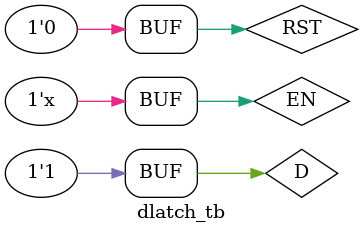
<source format=v>
module dlatch (
    input d,en,rst,
    output reg q,
    output qb
);
    
always @(rst or en or d) 
begin
 if (rst) 
   q<=0;
 else
    begin
        if (en) 
        
           q<=d;
        else
           q<=q;
            
        end 
        
end
    
assign qb=~q;

endmodule

module dlatch_tb;

wire Q,QB;
reg D,EN,RST;

dlatch dut(.d(D), .en(EN), .rst(RST), .q(Q), .qb(QB));
initial begin
    $monitor("%t) EN=%B\t D=%B \t  Q=%B\t QB=%D \t",$time,EN,D,Q,QB);
    EN=0; RST=1;D=0;
    #5 RST=0;D=1;
    #5 D=1;
    #5 D=0;
    #5 D=0;
    #5 D=1;
end

always #5 EN = ~EN;
    
endmodule

</source>
